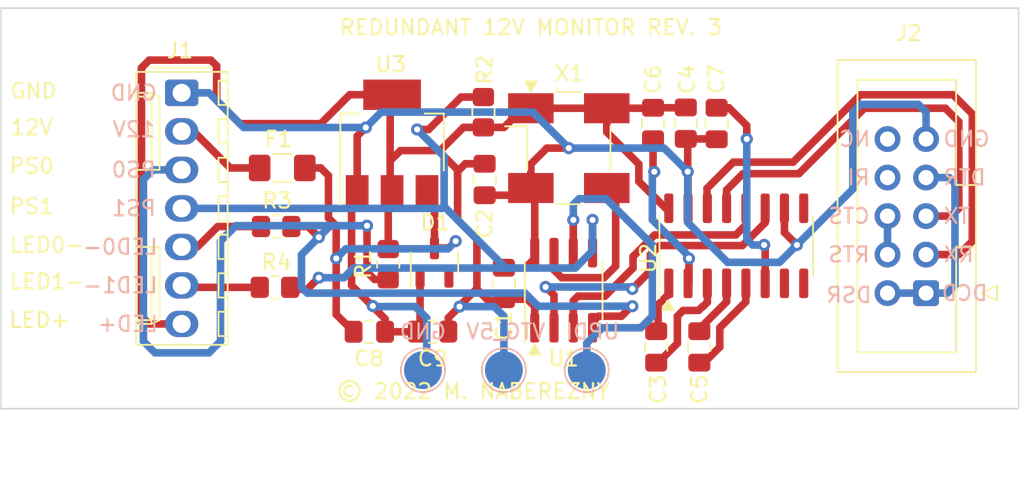
<source format=kicad_pcb>
(kicad_pcb (version 20221018) (generator pcbnew)
  (layers (0 "F.Cu" signal) (31 "B.Cu" signal) (34 "B.Paste" user) (35 "F.Paste" user) (36 "B.SilkS" user "B.Silkscreen") (37 "F.SilkS" user "F.Silkscreen") (38 "B.Mask" user) (39 "F.Mask" user) (44 "Edge.Cuts" user))
  (net 0 "")
  (net 1 "VCC")
  (net 2 "TX_5V")
  (net 3 "RX_5V")
  (net 4 "EXTCLK")
  (net 5 "GND")
  (net 6 "Net-(C3-Pad1)")
  (net 7 "Net-(C6-Pad2)")
  (net 8 "Net-(C3-Pad2)")
  (net 9 "Net-(C5-Pad1)")
  (net 10 "Net-(C5-Pad2)")
  (net 11 "Net-(C7-Pad2)")
  (net 15 "RX_12V")
  (net 16 "TX_12V")
  (net 17 "PS0")
  (net 18 "PS1")
  (net 19 "UPDI")
  (net 20 "Net-(J2-Pad1)")
  (net 21 "Net-(J2-Pad4)")
  (net 24 "Net-(C8-Pad2)")
  (net 25 "12V")
  (net 27 "LED0-")
  (net 28 "LED1-")
  (footprint "Capacitor_SMD:C_0805_2012Metric_Pad1.18x1.45mm_HandSolder" (layer "F.Cu") (at 139.4715 101.6085 180)
    (fp_text reference "C8" (at 0.0255 -1.7695) (layer "F.SilkS"))
    (fp_text value "0.1μF")
    (pad "1" smd roundrect (at -1.0375 0 180) (size 1.175 1.45) (layers "F.Cu" "F.Paste" "F.Mask") (roundrect_rratio 0.2127659574) (net 5 "GND"))
    (pad "2" smd roundrect (at 1.0375 0 180) (size 1.175 1.45) (layers "F.Cu" "F.Paste" "F.Mask") (roundrect_rratio 0.2127659574) (net 24 "Net-(C8-Pad2)"))
  )
  (footprint "MountingHole:MountingHole_3.2mm_M3" (layer "F.Cu") (at 134.112 103.251)
    (fp_text reference "REF**" hide)
    (fp_text value "MountingHole_3.2mm_M3")
    (pad "" np_thru_hole circle (at 0 0) (size 3.2 3.2) (drill 3.2) (layers "*.Cu" "*.Mask"))
  )
  (footprint "Resistor_SMD:R_0805_2012Metric_Pad1.20x1.40mm_HandSolder" (layer "F.Cu") (at 133.334 94.6675 180)
    (fp_text reference "R3" (at -0.063 1.7035) (layer "F.SilkS"))
    (fp_text value "200")
    (pad "1" smd roundrect (at -1 0 180) (size 1.2 1.4) (layers "F.Cu" "F.Paste" "F.Mask") (roundrect_rratio 0.2083333333) (net 17 "PS0"))
    (pad "2" smd roundrect (at 1 0 180) (size 1.2 1.4) (layers "F.Cu" "F.Paste" "F.Mask") (roundrect_rratio 0.2083333333) (net 27 "LED0-"))
  )
  (footprint "Capacitor_SMD:C_0805_2012Metric_Pad1.18x1.45mm_HandSolder" (layer "F.Cu") (at 143.637 101.6 180)
    (fp_text reference "C9" (at 0 -1.778) (layer "F.SilkS"))
    (fp_text value "10μF")
    (pad "1" smd roundrect (at -1.0375 0 180) (size 1.175 1.45) (layers "F.Cu" "F.Paste" "F.Mask") (roundrect_rratio 0.2127659574) (net 1 "VCC"))
    (pad "2" smd roundrect (at 1.0375 0 180) (size 1.175 1.45) (layers "F.Cu" "F.Paste" "F.Mask") (roundrect_rratio 0.2127659574) (net 5 "GND"))
  )
  (footprint "Capacitor_SMD:C_0805_2012Metric_Pad1.18x1.45mm_HandSolder" (layer "F.Cu") (at 161.21 102.6075 -90)
    (fp_text reference "C5" (at 2.794 0 90) (layer "F.SilkS"))
    (fp_text value "1μF")
    (pad "1" smd roundrect (at -1.0375 0 270) (size 1.175 1.45) (layers "F.Cu" "F.Paste" "F.Mask") (roundrect_rratio 0.2127659574) (net 9 "Net-(C5-Pad1)"))
    (pad "2" smd roundrect (at 1.0375 0 270) (size 1.175 1.45) (layers "F.Cu" "F.Paste" "F.Mask") (roundrect_rratio 0.2127659574) (net 10 "Net-(C5-Pad2)"))
  )
  (footprint "Capacitor_SMD:C_0805_2012Metric_Pad1.18x1.45mm_HandSolder" (layer "F.Cu") (at 158.162 87.8755 -90)
    (fp_text reference "C6" (at -2.9125 0 90) (layer "F.SilkS"))
    (fp_text value "1μF")
    (pad "1" smd roundrect (at -1.0375 0 270) (size 1.175 1.45) (layers "F.Cu" "F.Paste" "F.Mask") (roundrect_rratio 0.2127659574) (net 1 "VCC"))
    (pad "2" smd roundrect (at 1.0375 0 270) (size 1.175 1.45) (layers "F.Cu" "F.Paste" "F.Mask") (roundrect_rratio 0.2127659574) (net 7 "Net-(C6-Pad2)"))
  )
  (footprint "Fuse:Fuse_1206_3216Metric_Pad1.42x1.75mm_HandSolder" (layer "F.Cu") (at 133.731 90.805 180)
    (fp_text reference "F1" (at 0.254 1.905) (layer "F.SilkS"))
    (fp_text value "F1206B1R00FSTR")
    (pad "1" smd roundrect (at -1.4875 0 180) (size 1.425 1.75) (layers "F.Cu" "F.Paste" "F.Mask") (roundrect_rratio 0.1754392982) (net 24 "Net-(C8-Pad2)"))
    (pad "2" smd roundrect (at 1.4875 0 180) (size 1.425 1.75) (layers "F.Cu" "F.Paste" "F.Mask") (roundrect_rratio 0.1754392982) (net 25 "12V"))
  )
  (footprint "Resistor_SMD:R_0805_2012Metric_Pad1.20x1.40mm_HandSolder" (layer "F.Cu") (at 133.254 98.679 180)
    (fp_text reference "R4" (at -0.096 1.651) (layer "F.SilkS"))
    (fp_text value "200")
    (pad "1" smd roundrect (at -1 0 180) (size 1.2 1.4) (layers "F.Cu" "F.Paste" "F.Mask") (roundrect_rratio 0.2083333333) (net 18 "PS1"))
    (pad "2" smd roundrect (at 1 0 180) (size 1.2 1.4) (layers "F.Cu" "F.Paste" "F.Mask") (roundrect_rratio 0.2083333333) (net 28 "LED1-"))
  )
  (footprint "Package_SO:SOIC-8_3.9x4.9mm_P1.27mm" (layer "F.Cu") (at 152.273 98.868 90)
    (fp_text reference "U1" (at -4.51 0) (layer "F.SilkS"))
    (fp_text value "ATTINY212-SSF")
    (pad "1" smd roundrect (at -2.475 -1.905 90) (size 1.95 0.6) (layers "F.Cu" "F.Paste" "F.Mask") (net 1 "VCC"))
    (pad "2" smd roundrect (at -2.475 -0.635 90) (size 1.95 0.6) (layers "F.Cu" "F.Paste" "F.Mask") (net 2 "TX_5V"))
    (pad "3" smd roundrect (at -2.475 0.635 90) (size 1.95 0.6) (layers "F.Cu" "F.Paste" "F.Mask") (net 3 "RX_5V"))
    (pad "4" smd roundrect (at -2.475 1.905 90) (size 1.95 0.6) (layers "F.Cu" "F.Paste" "F.Mask") (net 17 "PS0"))
    (pad "5" smd roundrect (at 2.475 1.905 90) (size 1.95 0.6) (layers "F.Cu" "F.Paste" "F.Mask") (net 18 "PS1"))
    (pad "6" smd roundrect (at 2.475 0.635 90) (size 1.95 0.6) (layers "F.Cu" "F.Paste" "F.Mask") (net 19 "UPDI"))
    (pad "7" smd roundrect (at 2.475 -0.635 90) (size 1.95 0.6) (layers "F.Cu" "F.Paste" "F.Mask") (net 4 "EXTCLK"))
    (pad "8" smd roundrect (at 2.475 -1.905 90) (size 1.95 0.6) (layers "F.Cu" "F.Paste" "F.Mask") (net 5 "GND"))
  )
  (footprint "Package_SO:SOIC-16_3.9x9.9mm_P1.27mm" (layer "F.Cu") (at 163.6445 95.9385 90)
    (fp_text reference "U2" (at -0.8185 -5.795 90) (layer "F.SilkS"))
    (fp_text value "TI MAX232EID")
    (pad "1" smd roundrect (at -2.475 -4.445 90) (size 1.95 0.6) (layers "F.Cu" "F.Paste" "F.Mask") (net 6 "Net-(C3-Pad1)"))
    (pad "2" smd roundrect (at -2.475 -3.175 90) (size 1.95 0.6) (layers "F.Cu" "F.Paste" "F.Mask") (net 7 "Net-(C6-Pad2)"))
    (pad "3" smd roundrect (at -2.475 -1.905 90) (size 1.95 0.6) (layers "F.Cu" "F.Paste" "F.Mask") (net 8 "Net-(C3-Pad2)"))
    (pad "4" smd roundrect (at -2.475 -0.635 90) (size 1.95 0.6) (layers "F.Cu" "F.Paste" "F.Mask") (net 9 "Net-(C5-Pad1)"))
    (pad "5" smd roundrect (at -2.475 0.635 90) (size 1.95 0.6) (layers "F.Cu" "F.Paste" "F.Mask") (net 10 "Net-(C5-Pad2)"))
    (pad "6" smd roundrect (at -2.475 1.905 90) (size 1.95 0.6) (layers "F.Cu" "F.Paste" "F.Mask") (net 11 "Net-(C7-Pad2)"))
    (pad "7" smd roundrect (at -2.475 3.175 90) (size 1.95 0.6) (layers "F.Cu" "F.Paste" "F.Mask"))
    (pad "8" smd roundrect (at -2.475 4.445 90) (size 1.95 0.6) (layers "F.Cu" "F.Paste" "F.Mask"))
    (pad "9" smd roundrect (at 2.475 4.445 90) (size 1.95 0.6) (layers "F.Cu" "F.Paste" "F.Mask"))
    (pad "10" smd roundrect (at 2.475 3.175 90) (size 1.95 0.6) (layers "F.Cu" "F.Paste" "F.Mask") (net 5 "GND"))
    (pad "11" smd roundrect (at 2.475 1.905 90) (size 1.95 0.6) (layers "F.Cu" "F.Paste" "F.Mask") (net 2 "TX_5V"))
    (pad "12" smd roundrect (at 2.475 0.635 90) (size 1.95 0.6) (layers "F.Cu" "F.Paste" "F.Mask") (net 3 "RX_5V"))
    (pad "13" smd roundrect (at 2.475 -0.635 90) (size 1.95 0.6) (layers "F.Cu" "F.Paste" "F.Mask") (net 15 "RX_12V"))
    (pad "14" smd roundrect (at 2.475 -1.905 90) (size 1.95 0.6) (layers "F.Cu" "F.Paste" "F.Mask") (net 16 "TX_12V"))
    (pad "15" smd roundrect (at 2.475 -3.175 90) (size 1.95 0.6) (layers "F.Cu" "F.Paste" "F.Mask") (net 5 "GND"))
    (pad "16" smd roundrect (at 2.475 -4.445 90) (size 1.95 0.6) (layers "F.Cu" "F.Paste" "F.Mask") (net 1 "VCC"))
  )
  (footprint "Oscillator:Oscillator_SMD_Abracon_ASV-4Pin_7.0x5.1mm_HandSoldering" (layer "F.Cu") (at 152.614 89.498 -90)
    (fp_text reference "X1" (at -4.916 -0.04) (layer "F.SilkS"))
    (fp_text value "ECS-3951M-018-AU-TR")
    (pad "1" smd rect (at -2.63 2.5 270) (size 1.98 3) (layers "F.Cu" "F.Paste" "F.Mask") (net 1 "VCC"))
    (pad "2" smd rect (at 2.63 2.5 270) (size 1.98 3) (layers "F.Cu" "F.Paste" "F.Mask") (net 5 "GND"))
    (pad "3" smd rect (at 2.63 -2.5 270) (size 1.98 3) (layers "F.Cu" "F.Paste" "F.Mask") (net 4 "EXTCLK"))
    (pad "4" smd rect (at -2.63 -2.5 270) (size 1.98 3) (layers "F.Cu" "F.Paste" "F.Mask") (net 1 "VCC"))
  )
  (footprint "MountingHole:MountingHole_3.2mm_M3" (layer "F.Cu") (at 166.417 83.82)
    (fp_text reference "REF**" hide)
    (fp_text value "MountingHole_3.2mm_M3")
    (pad "" np_thru_hole circle (at 0 0) (size 3.2 3.2) (drill 3.2) (layers "*.Cu" "*.Mask"))
  )
  (footprint "MountingHole:MountingHole_3.2mm_M3" (layer "F.Cu") (at 133.985 83.82)
    (fp_text reference "REF**" hide)
    (fp_text value "MountingHole_3.2mm_M3")
    (pad "" np_thru_hole circle (at 0 0) (size 3.2 3.2) (drill 3.2) (layers "*.Cu" "*.Mask"))
  )
  (footprint "MountingHole:MountingHole_3.2mm_M3" (layer "F.Cu") (at 166.37 103.251)
    (fp_text reference "REF**" hide)
    (fp_text value "MountingHole_3.2mm_M3")
    (pad "" np_thru_hole circle (at 0 0) (size 3.2 3.2) (drill 3.2) (layers "*.Cu" "*.Mask"))
  )
  (footprint "Package_TO_SOT_SMD:SOT-223-3_TabPin2" (layer "F.Cu") (at 140.97 89.129 90)
    (fp_text reference "U3" (at 5.1575 -0.08 180) (layer "F.SilkS"))
    (fp_text value "LD1117S50CTR")
    (pad "1" smd rect (at -3.15 -2.3 90) (size 2 1.5) (layers "F.Cu" "F.Paste" "F.Mask") (net 5 "GND"))
    (pad "2" smd rect (at -3.15 0 90) (size 2 1.5) (layers "F.Cu" "F.Paste" "F.Mask") (net 1 "VCC"))
    (pad "2" smd rect (at 3.15 0 90) (size 2 3.8) (layers "F.Cu" "F.Paste" "F.Mask") (net 1 "VCC"))
    (pad "3" smd rect (at -3.15 2.3 90) (size 2 1.5) (layers "F.Cu" "F.Paste" "F.Mask") (net 24 "Net-(C8-Pad2)"))
  )
  (footprint "Capacitor_SMD:C_0805_2012Metric_Pad1.18x1.45mm_HandSolder" (layer "F.Cu") (at 158.369 102.6075 -90)
    (fp_text reference "C3" (at 2.794 -0.127 90) (layer "F.SilkS"))
    (fp_text value "1μF")
    (pad "1" smd roundrect (at -1.0375 0 270) (size 1.175 1.45) (layers "F.Cu" "F.Paste" "F.Mask") (roundrect_rratio 0.2127659574) (net 6 "Net-(C3-Pad1)"))
    (pad "2" smd roundrect (at 1.0375 0 270) (size 1.175 1.45) (layers "F.Cu" "F.Paste" "F.Mask") (roundrect_rratio 0.2127659574) (net 8 "Net-(C3-Pad2)"))
  )
  (footprint "Capacitor_SMD:C_0805_2012Metric_Pad1.18x1.45mm_HandSolder" (layer "F.Cu") (at 160.321 87.854 -90)
    (fp_text reference "C4" (at -2.891 -0.08 90) (layer "F.SilkS"))
    (fp_text value "0.1μF")
    (pad "1" smd roundrect (at -1.0375 0 270) (size 1.175 1.45) (layers "F.Cu" "F.Paste" "F.Mask") (roundrect_rratio 0.2127659574) (net 1 "VCC"))
    (pad "2" smd roundrect (at 1.0375 0 270) (size 1.175 1.45) (layers "F.Cu" "F.Paste" "F.Mask") (roundrect_rratio 0.2127659574) (net 5 "GND"))
  )
  (footprint "Capacitor_SMD:C_0805_2012Metric_Pad1.18x1.45mm_HandSolder" (layer "F.Cu") (at 148.336 98.425 -90)
    (fp_text reference "C1" (at 2.794 0 90) (layer "F.SilkS"))
    (fp_text value "0.1μF")
    (pad "1" smd roundrect (at -1.0375 0 270) (size 1.175 1.45) (layers "F.Cu" "F.Paste" "F.Mask") (roundrect_rratio 0.2127659574) (net 5 "GND"))
    (pad "2" smd roundrect (at 1.0375 0 270) (size 1.175 1.45) (layers "F.Cu" "F.Paste" "F.Mask") (roundrect_rratio 0.2127659574) (net 1 "VCC"))
  )
  (footprint "Package_TO_SOT_SMD:SOT-23" (layer "F.Cu") (at 143.764 97.028 90)
    (fp_text reference "D1" (at 2.6175 0.047 180) (layer "F.SilkS"))
    (fp_text value "BZX84-A15,215")
    (pad "1" smd roundrect (at -0.9375 -0.95 90) (size 1.475 0.6) (layers "F.Cu" "F.Paste" "F.Mask") (net 5 "GND"))
    (pad "2" smd roundrect (at -0.9375 0.95 90) (size 1.475 0.6) (layers "F.Cu" "F.Paste" "F.Mask"))
    (pad "3" smd roundrect (at 0.9375 0 90) (size 1.475 0.6) (layers "F.Cu" "F.Paste" "F.Mask") (net 24 "Net-(C8-Pad2)"))
  )
  (footprint "Capacitor_SMD:C_0805_2012Metric_Pad1.18x1.45mm_HandSolder" (layer "F.Cu") (at 162.353 87.8755 90)
    (fp_text reference "C7" (at 2.9125 0 90) (layer "F.SilkS"))
    (fp_text value "1μF")
    (pad "1" smd roundrect (at -1.0375 0 90) (size 1.175 1.45) (layers "F.Cu" "F.Paste" "F.Mask") (roundrect_rratio 0.2127659574) (net 5 "GND"))
    (pad "2" smd roundrect (at 1.0375 0 90) (size 1.175 1.45) (layers "F.Cu" "F.Paste" "F.Mask") (roundrect_rratio 0.2127659574) (net 11 "Net-(C7-Pad2)"))
  )
  (footprint "Connector_Molex:Molex_KK-254_AE-6410-07A_1x07_P2.54mm_Vertical" (layer "F.Cu") (at 127.107 85.852 -90)
    (fp_text reference "J1" (at -2.794 0.107 180) (layer "F.SilkS"))
    (fp_text value "Conn_01x07")
    (pad "1" thru_hole roundrect (at 0 0 270) (size 1.74 2.19) (drill 1.19) (layers "*.Cu" "*.Mask") (roundrect_rratio 0.1436781609) (net 5 "GND"))
    (pad "2" thru_hole oval (at 2.54 0 270) (size 1.74 2.19) (drill 1.19) (layers "*.Cu" "*.Mask") (net 25 "12V"))
    (pad "3" thru_hole oval (at 5.08 0 270) (size 1.74 2.19) (drill 1.19) (layers "*.Cu" "*.Mask") (net 17 "PS0"))
    (pad "4" thru_hole oval (at 7.62 0 270) (size 1.74 2.19) (drill 1.19) (layers "*.Cu" "*.Mask") (net 18 "PS1"))
    (pad "5" thru_hole oval (at 10.16 0 270) (size 1.74 2.19) (drill 1.19) (layers "*.Cu" "*.Mask") (net 27 "LED0-"))
    (pad "6" thru_hole oval (at 12.7 0 270) (size 1.74 2.19) (drill 1.19) (layers "*.Cu" "*.Mask") (net 28 "LED1-"))
    (pad "7" thru_hole oval (at 15.24 0 270) (size 1.74 2.19) (drill 1.19) (layers "*.Cu" "*.Mask") (net 1 "VCC"))
  )
  (footprint "Capacitor_SMD:C_0805_2012Metric_Pad1.18x1.45mm_HandSolder" (layer "F.Cu") (at 147.066 91.567 90)
    (fp_text reference "C2" (at -2.921 0 270) (layer "F.SilkS"))
    (fp_text value "0.1μF")
    (pad "1" smd roundrect (at -1.0375 0 90) (size 1.175 1.45) (layers "F.Cu" "F.Paste" "F.Mask") (roundrect_rratio 0.2127659574) (net 5 "GND"))
    (pad "2" smd roundrect (at 1.0375 0 90) (size 1.175 1.45) (layers "F.Cu" "F.Paste" "F.Mask") (roundrect_rratio 0.2127659574) (net 1 "VCC"))
  )
  (footprint "Connector_IDC:IDC-Header_2x05_P2.54mm_Vertical" (layer "F.Cu") (at 176.149 99.06 180)
    (fp_text reference "J2" (at 1.143 17.145) (layer "F.SilkS"))
    (fp_text value "IDC 2x5 Male")
    (pad "1" thru_hole roundrect (at 0 0 180) (size 1.7 1.7) (drill 1) (layers "*.Cu" "*.Mask") (roundrect_rratio 0.1470588235) (net 20 "Net-(J2-Pad1)"))
    (pad "2" thru_hole circle (at 2.54 0 180) (size 1.7 1.7) (drill 1) (layers "*.Cu" "*.Mask") (net 20 "Net-(J2-Pad1)"))
    (pad "3" thru_hole circle (at 0 2.54 180) (size 1.7 1.7) (drill 1) (layers "*.Cu" "*.Mask") (net 16 "TX_12V"))
    (pad "4" thru_hole circle (at 2.54 2.54 180) (size 1.7 1.7) (drill 1) (layers "*.Cu" "*.Mask") (net 21 "Net-(J2-Pad4)"))
    (pad "5" thru_hole circle (at 0 5.08 180) (size 1.7 1.7) (drill 1) (layers "*.Cu" "*.Mask") (net 15 "RX_12V"))
    (pad "6" thru_hole circle (at 2.54 5.08 180) (size 1.7 1.7) (drill 1) (layers "*.Cu" "*.Mask") (net 21 "Net-(J2-Pad4)"))
    (pad "7" thru_hole circle (at 0 7.62 180) (size 1.7 1.7) (drill 1) (layers "*.Cu" "*.Mask") (net 20 "Net-(J2-Pad1)"))
    (pad "8" thru_hole circle (at 2.54 7.62 180) (size 1.7 1.7) (drill 1) (layers "*.Cu" "*.Mask"))
    (pad "9" thru_hole circle (at 0 10.16 180) (size 1.7 1.7) (drill 1) (layers "*.Cu" "*.Mask") (net 5 "GND"))
    (pad "10" thru_hole circle (at 2.54 10.16 180) (size 1.7 1.7) (drill 1) (layers "*.Cu" "*.Mask"))
  )
  (footprint "Resistor_SMD:R_0805_2012Metric_Pad1.20x1.40mm_HandSolder" (layer "F.Cu") (at 146.986 87.1295 90)
    (fp_text reference "R2" (at 2.8015 0.08 90) (layer "F.SilkS"))
    (fp_text value "47K")
    (pad "1" smd roundrect (at -1 0 90) (size 1.2 1.4) (layers "F.Cu" "F.Paste" "F.Mask") (roundrect_rratio 0.2083333333) (net 1 "VCC"))
    (pad "2" smd roundrect (at 1 0 90) (size 1.2 1.4) (layers "F.Cu" "F.Paste" "F.Mask") (roundrect_rratio 0.2083333333) (net 18 "PS1"))
  )
  (footprint "Resistor_SMD:R_0805_2012Metric_Pad1.20x1.40mm_HandSolder" (layer "F.Cu") (at 140.716 97.155 -90)
    (fp_text reference "R1" (at 0 1.651 90) (layer "F.SilkS"))
    (fp_text value "47K")
    (pad "1" smd roundrect (at -1 0 270) (size 1.2 1.4) (layers "F.Cu" "F.Paste" "F.Mask") (roundrect_rratio 0.2083333333) (net 1 "VCC"))
    (pad "2" smd roundrect (at 1 0 270) (size 1.2 1.4) (layers "F.Cu" "F.Paste" "F.Mask") (roundrect_rratio 0.2083333333) (net 17 "PS0"))
  )
  (footprint "TestPoint:TestPoint_Pad_D2.5mm" (layer "B.Cu") (at 143.002 104.14 180)
    (fp_text reference "TP3" hide)
    (fp_text value "GND")
    (pad "1" smd circle (at 0 0 180) (size 2.5 2.5) (layers "B.Cu" "B.Mask") (net 5 "GND"))
  )
  (footprint "TestPoint:TestPoint_Pad_D2.5mm" (layer "B.Cu") (at 153.797 104.14 180)
    (fp_text reference "TP2" hide)
    (fp_text value "UPDI")
    (pad "1" smd circle (at 0 0 180) (size 2.5 2.5) (layers "B.Cu" "B.Mask") (net 19 "UPDI"))
  )
  (footprint "TestPoint:TestPoint_Pad_D2.5mm" (layer "B.Cu") (at 148.336 104.14 180)
    (fp_text reference "TP1" hide)
    (fp_text value "VTG_5V")
    (pad "1" smd circle (at 0 0 180) (size 2.5 2.5) (layers "B.Cu" "B.Mask") (net 1 "VCC"))
  )
  (gr_rect (start 115.189 80.264) (end 182.245 106.68) (stroke (width 0.1)) (fill none) (layer "Edge.Cuts"))
  (gr_text "12V" (at 123.952 88.265) (layer "B.SilkS") (effects (font (size 1 1)) (justify mirror)))
  (gr_text "RX" (at 178.308 96.52) (layer "B.SilkS") (effects (font (size 1 1)) (justify mirror)))
  (gr_text "VTG_5V" (at 148.463 101.6) (layer "B.SilkS") (effects (font (size 1 1)) (justify mirror)))
  (gr_text "DTR" (at 178.689 91.44) (layer "B.SilkS") (effects (font (size 1 1)) (justify mirror)))
  (gr_text "PS0" (at 123.952 90.932) (layer "B.SilkS") (effects (font (size 1 1)) (justify mirror)))
  (gr_text "GND" (at 143.002 101.6) (layer "B.SilkS") (effects (font (size 1 1)) (justify mirror)))
  (gr_text "PS1" (at 123.952 93.472) (layer "B.SilkS") (effects (font (size 1 1)) (justify mirror)))
  (gr_text "CTS" (at 171.069 93.98) (layer "B.SilkS") (effects (font (size 1 1)) (justify mirror)))
  (gr_text "TX" (at 178.181 93.98) (layer "B.SilkS") (effects (font (size 1 1)) (justify mirror)))
  (gr_text "LED+" (at 123.571 101.092) (layer "B.SilkS") (effects (font (size 1 1)) (justify mirror)))
  (gr_text "GND" (at 123.952 85.852) (layer "B.SilkS") (effects (font (size 1 1)) (justify mirror)))
  (gr_text "DSR" (at 171.069 99.187) (layer "B.SilkS") (effects (font (size 1 1)) (justify mirror)))
  (gr_text "DCD" (at 178.689 99.06) (layer "B.SilkS") (effects (font (size 1 1)) (justify mirror)))
  (gr_text "RTS" (at 171.069 96.52) (layer "B.SilkS") (effects (font (size 1 1)) (justify mirror)))
  (gr_text "LED0-" (at 123.063 96.012) (layer "B.SilkS") (effects (font (size 1 1)) (justify mirror)))
  (gr_text "GND" (at 178.816 88.9) (layer "B.SilkS") (effects (font (size 1 1)) (justify mirror)))
  (gr_text "UPDI" (at 154.178 101.6) (layer "B.SilkS") (effects (font (size 1 1)) (justify mirror)))
  (gr_text "NC" (at 171.45 88.9) (layer "B.SilkS") (effects (font (size 1 1)) (justify mirror)))
  (gr_text "LED1-" (at 123.063 98.552) (layer "B.SilkS") (effects (font (size 1 1)) (justify mirror)))
  (gr_text "RI" (at 171.704 91.44) (layer "B.SilkS") (effects (font (size 1 1)) (justify mirror)))
  (gr_text "▲" (at 159.131 99.822) (layer "F.SilkS") (effects (font (size 0.75 0.75) (thickness 0.1875)) (justify mirror)))
  (gr_text "PS0" (at 117.221 90.678) (layer "F.SilkS") (effects (font (size 1 1))))
  (gr_text "GND" (at 117.348 85.725) (layer "F.SilkS") (effects (font (size 1 1))))
  (gr_text "12V" (at 117.221 88.138) (layer "F.SilkS") (effects (font (size 1 1))))
  (gr_text "▲" (at 150.368 102.743) (layer "F.SilkS") (effects (font (size 0.75 0.75) (thickness 0.1875)) (justify mirror)))
  (gr_text "▲" (at 150.114 85.471 180) (layer "F.SilkS") (effects (font (size 0.75 0.75) (thickness 0.1875)) (justify mirror)))
  (gr_text "© 2022 M. NABEREZNY" (at 146.304 105.537) (layer "F.SilkS") (effects (font (size 1 1))))
  (gr_text "PS1" (at 117.221 93.345) (layer "F.SilkS") (effects (font (size 1 1))))
  (gr_text "REDUNDANT 12V MONITOR REV. 3" (at 150.114 81.534) (layer "F.SilkS") (effects (font (size 1 1))))
  (gr_text "LED+" (at 117.729 100.838) (layer "F.SilkS") (effects (font (size 1 1))))
  (gr_text "LED0-" (at 118.237 95.885) (layer "F.SilkS") (effects (font (size 1 1))))
  (gr_text "LED1-" (at 118.237 98.298) (layer "F.SilkS") (effects (font (size 1 1))))
  (segment (start 144.6745 100.6895) (end 144.6745 101.6) (width 0.5) (layer "F.Cu") (net 1))
  (segment (start 145.288 91.44) (end 145.288 91.0375) (width 0.5) (layer "F.Cu") (net 1))
  (segment (start 144.145 89.789) (end 144.145 89.662) (width 0.5) (layer "F.Cu") (net 1))
  (segment (start 149.8815 99.4625) (end 150.368 99.949) (width 0.5) (layer "F.Cu") (net 1))
  (segment (start 130.937 87.884) (end 136.271 87.884) (width 0.5) (layer "F.Cu") (net 1))
  (segment (start 146.558 98.7665) (end 146.558 98.806) (width 0.5) (layer "F.Cu") (net 1))
  (segment (start 158.162 86.838) (end 160.321 86.838) (width 0.5) (layer "F.Cu") (net 1))
  (segment (start 147.32 99.568) (end 148.2305 99.568) (width 0.5) (layer "F.Cu") (net 1))
  (segment (start 129.413 86.36) (end 130.937 87.884) (width 0.5) (layer "F.Cu") (net 1))
  (segment (start 157.226 90.551) (end 157.226 91.694) (width 0.5) (layer "F.Cu") (net 1))
  (segment (start 129.413 84.074) (end 129.413 86.36) (width 0.5) (layer "F.Cu") (net 1))
  (segment (start 148.2305 99.568) (end 148.336 99.4625) (width 0.5) (layer "F.Cu") (net 1))
  (segment (start 150.114 86.868) (end 155.114 86.868) (width 0.5) (layer "F.Cu") (net 1))
  (segment (start 124.968 101.092) (end 124.46 100.584) (width 0.5) (layer "F.Cu") (net 1))
  (segment (start 141.525 89.662) (end 140.843 90.344) (width 0.5) (layer "F.Cu") (net 1))
  (segment (start 148.336 99.4625) (end 149.8815 99.4625) (width 0.5) (layer "F.Cu") (net 1))
  (segment (start 155.114 88.439) (end 157.226 90.551) (width 0.5) (layer "F.Cu") (net 1))
  (segment (start 158.9955 93.4635) (end 159.1995 93.4635) (width 0.5) (layer "F.Cu") (net 1))
  (segment (start 145.288 90.932) (end 145.288 91.44) (width 0.5) (layer "F.Cu") (net 1))
  (segment (start 146.558 95.504) (end 146.558 98.7665) (width 0.5) (layer "F.Cu") (net 1))
  (segment (start 140.716 96.155) (end 140.716 92.533) (width 0.5) (layer "F.Cu") (net 1))
  (segment (start 129.032 83.693) (end 129.413 84.074) (width 0.5) (layer "F.Cu") (net 1))
  (segment (start 136.271 87.884) (end 138.176 85.979) (width 0.5) (layer "F.Cu") (net 1))
  (segment (start 124.968 83.693) (end 129.032 83.693) (width 0.5) (layer "F.Cu") (net 1))
  (segment (start 124.46 100.584) (end 124.46 84.201) (width 0.5) (layer "F.Cu") (net 1))
  (segment (start 144.145 89.662) (end 141.525 89.662) (width 0.5) (layer "F.Cu") (net 1))
  (segment (start 145.415 99.9095) (end 146.558 98.7665) (width 0.5) (layer "F.Cu") (net 1))
  (segment (start 157.226 91.694) (end 158.9955 93.4635) (width 0.5) (layer "F.Cu") (net 1))
  (segment (start 158.326 86.868) (end 154.3775 86.868) (width 0.5) (layer "F.Cu") (net 1))
  (segment (start 124.46 84.201) (end 124.968 83.693) (width 0.5) (layer "F.Cu") (net 1))
  (segment (start 155.114 86.868) (end 155.114 88.439) (width 0.5) (layer "F.Cu") (net 1))
  (segment (start 148.3445 88.1295) (end 146.986 88.1295) (width 0.5) (layer "F.Cu") (net 1))
  (segment (start 138.176 85.979) (end 140.97 85.979) (width 0.5) (layer "F.Cu") (net 1))
  (segment (start 150.368 99.949) (end 150.368 101.343) (width 0.5) (layer "F.Cu") (net 1))
  (segment (start 140.843 90.344) (end 140.843 88.726) (width 0.5) (layer "F.Cu") (net 1))
  (segment (start 145.796 90.5295) (end 147.066 90.5295) (width 0.5) (layer "F.Cu") (net 1))
  (segment (start 149.606 86.868) (end 148.3445 88.1295) (width 0.5) (layer "F.Cu") (net 1))
  (segment (start 144.145 89.789) (end 145.288 90.932) (width 0.5) (layer "F.Cu") (net 1))
  (segment (start 145.415 99.949) (end 145.415 99.9095) (width 0.5) (layer "F.Cu") (net 1))
  (segment (start 140.843 90.344) (end 140.843 92.2545) (width 0.5) (layer "F.Cu") (net 1))
  (segment (start 145.288 94.234) (end 146.558 95.504) (width 0.5) (layer "F.Cu") (net 1))
  (segment (start 145.415 99.949) (end 144.6745 100.6895) (width 0.5) (layer "F.Cu") (net 1))
  (segment (start 144.145 89.662) (end 145.6775 88.1295) (width 0.5) (layer "F.Cu") (net 1))
  (segment (start 146.558 98.806) (end 147.32 99.568) (width 0.5) (layer "F.Cu") (net 1))
  (segment (start 150.114 86.868) (end 149.606 86.868) (width 0.5) (layer "F.Cu") (net 1))
  (segment (start 145.288 91.0375) (end 145.796 90.5295) (width 0.5) (layer "F.Cu") (net 1))
  (segment (start 145.288 91.44) (end 145.288 94.234) (width 0.5) (layer "F.Cu") (net 1))
  (segment (start 127.107 101.092) (end 124.968 101.092) (width 0.5) (layer "F.Cu") (net 1))
  (segment (start 145.6775 88.1295) (end 146.986 88.1295) (width 0.5) (layer "F.Cu") (net 1))
  (segment (start 140.716 92.533) (end 140.97 92.279) (width 0.5) (layer "F.Cu") (net 1))
  (segment (start 140.843 85.9545) (end 140.843 88.726) (width 0.5) (layer "F.Cu") (net 1))
  (via (at 145.415 99.949) (size 0.8) (drill 0.4) (layers "F.Cu" "B.Cu") (net 1))
  (segment (start 145.415 99.949) (end 147.701 99.949) (width 0.5) (layer "B.Cu") (net 1))
  (segment (start 147.701 99.949) (end 148.336 100.584) (width 0.5) (layer "B.Cu") (net 1))
  (segment (start 148.336 100.584) (end 148.336 104.14) (width 0.5) (layer "B.Cu") (net 1))
  (segment (start 156.798 98.781) (end 157.988 97.591) (width 0.5) (layer "F.Cu") (net 2))
  (segment (start 165.5495 94.4195) (end 165.5495 93.4635) (width 0.5) (layer "F.Cu") (net 2))
  (segment (start 164.045 95.924) (end 165.5495 94.4195) (width 0.5) (layer "F.Cu") (net 2))
  (segment (start 151.105 98.654) (end 151.638 99.187) (width 0.5) (layer "F.Cu") (net 2))
  (segment (start 157.988 97.591) (end 157.988 96.52) (width 0.5) (layer "F.Cu") (net 2))
  (segment (start 165.5495 94.2225) (end 165.5495 93.4635) (width 0.25) (layer "F.Cu") (net 2))
  (segment (start 158.584 95.924) (end 164.045 95.924) (width 0.5) (layer "F.Cu") (net 2))
  (segment (start 151.083 98.654) (end 151.105 98.654) (width 0.5) (layer "F.Cu") (net 2))
  (segment (start 157.988 96.52) (end 158.584 95.924) (width 0.5) (layer "F.Cu") (net 2))
  (segment (start 151.638 99.187) (end 151.638 101.343) (width 0.5) (layer "F.Cu") (net 2))
  (via (at 151.083 98.654) (size 0.8) (drill 0.4) (layers "F.Cu" "B.Cu") (net 2))
  (via (at 156.798 98.781) (size 0.8) (drill 0.4) (layers "F.Cu" "B.Cu") (net 2))
  (segment (start 151.083 98.654) (end 156.671 98.654) (width 0.5) (layer "B.Cu") (net 2))
  (segment (start 156.671 98.654) (end 156.798 98.781) (width 0.25) (layer "B.Cu") (net 2))
  (segment (start 164.2795 93.4635) (end 164.2795 94.558) (width 0.5) (layer "F.Cu") (net 3))
  (segment (start 153.214082 99.261918) (end 152.908 99.568) (width 0.5) (layer "F.Cu") (net 3))
  (segment (start 158.268 95.224) (end 156.845 96.647) (width 0.5) (layer "F.Cu") (net 3))
  (segment (start 154.992082 99.261918) (end 153.214082 99.261918) (width 0.5) (layer "F.Cu") (net 3))
  (segment (start 152.908 99.568) (end 152.908 101.343) (width 0.5) (layer "F.Cu") (net 3))
  (segment (start 164.2795 94.558) (end 163.6135 95.224) (width 0.5) (layer "F.Cu") (net 3))
  (segment (start 163.6135 95.224) (end 158.268 95.224) (width 0.5) (layer "F.Cu") (net 3))
  (segment (start 156.845 97.409) (end 154.992082 99.261918) (width 0.5) (layer "F.Cu") (net 3))
  (segment (start 156.845 96.647) (end 156.845 97.409) (width 0.5) (layer "F.Cu") (net 3))
  (segment (start 154.94 98.044) (end 155.702 97.282) (width 0.5) (layer "F.Cu") (net 4))
  (segment (start 151.638 96.393) (end 151.638 97.536) (width 0.5) (layer "F.Cu") (net 4))
  (segment (start 151.638 97.536) (end 152.146 98.044) (width 0.5) (layer "F.Cu") (net 4))
  (segment (start 155.702 97.282) (end 155.702 92.716) (width 0.5) (layer "F.Cu") (net 4))
  (segment (start 155.702 92.716) (end 155.114 92.128) (width 0.5) (layer "F.Cu") (net 4))
  (segment (start 152.146 98.044) (end 154.94 98.044) (width 0.5) (layer "F.Cu") (net 4))
  (segment (start 150.368 96.393) (end 150.368 96.774) (width 0.5) (layer "F.Cu") (net 5))
  (segment (start 138.67 92.279) (end 138.303 92.646) (width 0.25) (layer "F.Cu") (net 5))
  (segment (start 140.509 101.6085) (end 142.5695 101.6085) (width 0.5) (layer "F.Cu") (net 5))
  (segment (start 160.448 91.0505) (end 160.4695 91.072) (width 0.25) (layer "F.Cu") (net 5))
  (segment (start 160.321 88.8915) (end 162.3315 88.8915) (width 0.5) (layer "F.Cu") (net 5))
  (segment (start 138.67 88.707) (end 139.239 88.138) (width 0.5) (layer "F.Cu") (net 5))
  (segment (start 138.303 98.552) (end 139.6625 99.9115) (width 0.5) (layer "F.Cu") (net 5))
  (segment (start 160.448 89.0185) (end 160.321 88.8915) (width 0.5) (layer "F.Cu") (net 5))
  (segment (start 138.303 92.646) (end 138.303 98.552) (width 0.5) (layer "F.Cu") (net 5))
  (segment (start 160.448 91.0505) (end 160.448 89.0185) (width 0.5) (layer "F.Cu") (net 5))
  (segment (start 140.509 100.758) (end 140.509 101.6085) (width 0.5) (layer "F.Cu") (net 5))
  (segment (start 150.114 90.551) (end 150.114 92.128) (width 0.5) (layer "F.Cu") (net 5))
  (segment (start 162.3315 88.8915) (end 162.353 88.913) (width 0.5) (layer "F.Cu") (net 5))
  (segment (start 152.614 89.498) (end 151.167 89.498) (width 0.5) (layer "F.Cu") (net 5))
  (segment (start 150.368 96.774) (end 149.733 97.409) (width 0.5) (layer "F.Cu") (net 5))
  (segment (start 142.814 101.364) (end 142.578 101.6) (width 0.25) (layer "F.Cu") (net 5))
  (segment (start 149.7115 92.6045) (end 147.066 92.6045) (width 0.5) (layer "F.Cu") (net 5))
  (segment (start 149.733 97.409) (end 148.3575 97.409) (width 0.5) (layer "F.Cu") (net 5))
  (segment (start 139.6625 99.9115) (end 140.509 100.758) (width 0.5) (layer "F.Cu") (net 5))
  (segment (start 138.67 92.279) (end 138.67 88.707) (width 0.5) (layer "F.Cu") (net 5))
  (segment (start 160.4695 91.072) (end 160.4695 93.4635) (width 0.5) (layer "F.Cu") (net 5))
  (segment (start 166.8195 95.0645) (end 166.8195 93.4635) (width 0.5) (layer "F.Cu") (net 5))
  (segment (start 150.368 96.393) (end 150.368 92.382) (width 0.5) (layer "F.Cu") (net 5))
  (segment (start 167.64 95.885) (end 166.8195 95.0645) (width 0.5) (layer "F.Cu") (net 5))
  (segment (start 150.114 92.202) (end 149.7115 92.6045) (width 0.25) (layer "F.Cu") (net 5))
  (segment (start 150.114 92.128) (end 150.114 92.202) (width 0.25) (layer "F.Cu") (net 5))
  (segment (start 151.167 89.498) (end 150.114 90.551) (width 0.5) (layer "F.Cu") (net 5))
  (segment (start 142.814 97.9655) (end 142.814 101.364) (width 0.5) (layer "F.Cu") (net 5))
  (segment (start 139.6625 99.9115) (end 139.7 99.9115) (width 0.25) (layer "F.Cu") (net 5))
  (via (at 152.614 89.498) (size 0.8) (drill 0.4) (layers "F.Cu" "B.Cu") (net 5))
  (via (at 167.64 95.885) (size 0.8) (drill 0.4) (layers "F.Cu" "B.Cu") (net 5))
  (via (at 139.239 88.138) (size 0.8) (drill 0.4) (layers "F.Cu" "B.Cu") (net 5))
  (via (at 139.7 99.9115) (size 0.8) (drill 0.4) (layers "F.Cu" "B.Cu") (net 5))
  (via (at 160.448 91.0505) (size 0.8) (drill 0.4) (layers "F.Cu" "B.Cu") (net 5))
  (segment (start 139.239 88.138) (end 131.191 88.138) (width 0.5) (layer "B.Cu") (net 5))
  (segment (start 171.323 87.122) (end 171.323 92.075) (width 0.5) (layer "B.Cu") (net 5))
  (segment (start 166.497 97.028) (end 167.64 95.885) (width 0.5) (layer "B.Cu") (net 5))
  (segment (start 167.64 95.885) (end 171.323 92.202) (width 0.5) (layer "B.Cu") (net 5))
  (segment (start 171.831 86.614) (end 171.323 87.122) (width 0.5) (layer "B.Cu") (net 5))
  (segment (start 143.256 100.711) (end 143.256 103.632) (width 0.5) (layer "B.Cu") (net 5))
  (segment (start 160.448 91.0505) (end 159.09525 89.69775) (width 0.5) (layer "B.Cu") (net 5))
  (segment (start 158.8955 89.498) (end 159.09525 89.69775) (width 0.5) (layer "B.Cu") (net 5))
  (segment (start 175.641 86.614) (end 171.831 86.614) (width 0.5) (layer "B.Cu") (net 5))
  (segment (start 140.255 87.122) (end 150.238 87.122) (width 0.5) (layer "B.Cu") (net 5))
  (segment (start 142.494 99.949) (end 143.256 100.711) (width 0.5) (layer "B.Cu") (net 5))
  (segment (start 160.448 94.408) (end 163.068 97.028) (width 0.5) (layer "B.Cu") (net 5))
  (segment (start 131.191 88.138) (end 128.905 85.852) (width 0.5) (layer "B.Cu") (net 5))
  (segment (start 176.149 87.122) (end 175.641 86.614) (width 0.5) (layer "B.Cu") (net 5))
  (segment (start 171.323 92.202) (end 171.323 92.075) (width 0.5) (layer "B.Cu") (net 5))
  (segment (start 150.238 87.122) (end 152.614 89.498) (width 0.5) (layer "B.Cu") (net 5))
  (segment (start 139.239 88.138) (end 140.255 87.122) (width 0.5) (layer "B.Cu") (net 5))
  (segment (start 139.7375 99.949) (end 142.494 99.949) (width 0.5) (layer "B.Cu") (net 5))
  (segment (start 128.905 85.852) (end 127.107 85.852) (width 0.5) (layer "B.Cu") (net 5))
  (segment (start 152.614 89.498) (end 158.8955 89.498) (width 0.5) (layer "B.Cu") (net 5))
  (segment (start 160.448 91.0505) (end 160.448 94.408) (width 0.5) (layer "B.Cu") (net 5))
  (segment (start 176.149 88.9) (end 176.149 87.122) (width 0.5) (layer "B.Cu") (net 5))
  (segment (start 163.068 97.028) (end 166.497 97.028) (width 0.5) (layer "B.Cu") (net 5))
  (segment (start 159.1995 99.1185) (end 158.496 99.822) (width 0.5) (layer "F.Cu") (net 6))
  (segment (start 159.1995 98.4135) (end 159.1995 99.1185) (width 0.5) (layer "F.Cu") (net 6))
  (segment (start 158.496 99.822) (end 158.496 101.57) (width 0.5) (layer "F.Cu") (net 6))
  (segment (start 158.242 91.059) (end 158.162 90.979) (width 0.25) (layer "F.Cu") (net 7))
  (segment (start 158.162 90.979) (end 158.162 88.913) (width 0.5) (layer "F.Cu") (net 7))
  (segment (start 160.528 96.774) (end 160.528 98.355) (width 0.5) (layer "F.Cu") (net 7))
  (segment (start 160.528 98.355) (end 160.4695 98.4135) (width 0.5) (layer "F.Cu") (net 7))
  (via (at 158.242 91.059) (size 0.8) (drill 0.4) (layers "F.Cu" "B.Cu") (net 7))
  (via (at 160.528 96.774) (size 0.8) (drill 0.4) (layers "F.Cu" "B.Cu") (net 7))
  (segment (start 158.115 94.225) (end 158.115 91.279) (width 0.5) (layer "B.Cu") (net 7))
  (segment (start 160.528 96.638) (end 158.115 94.225) (width 0.5) (layer "B.Cu") (net 7))
  (segment (start 160.147 100.203) (end 161.163 100.203) (width 0.5) (layer "F.Cu") (net 8))
  (segment (start 159.766 100.584) (end 160.147 100.203) (width 0.5) (layer "F.Cu") (net 8))
  (segment (start 161.163 100.203) (end 161.4255 99.9405) (width 0.5) (layer "F.Cu") (net 8))
  (segment (start 161.464 99.9405) (end 161.7395 99.665) (width 0.5) (layer "F.Cu") (net 8))
  (segment (start 158.496 103.645) (end 159.766 102.375) (width 0.5) (layer "F.Cu") (net 8))
  (segment (start 161.7395 99.665) (end 161.7395 98.4135) (width 0.5) (layer "F.Cu") (net 8))
  (segment (start 161.4255 99.9405) (end 161.464 99.9405) (width 0.5) (layer "F.Cu") (net 8))
  (segment (start 159.766 102.375) (end 159.766 100.584) (width 0.5) (layer "F.Cu") (net 8))
  (segment (start 163.0095 99.6265) (end 163.0095 98.4135) (width 0.5) (layer "F.Cu") (net 9))
  (segment (start 163.0095 98.4135) (end 163.0095 99.284) (width 0.25) (layer "F.Cu") (net 9))
  (segment (start 161.21 101.57) (end 161.21 101.426) (width 0.5) (layer "F.Cu") (net 9))
  (segment (start 161.21 101.426) (end 163.0095 99.6265) (width 0.5) (layer "F.Cu") (net 9))
  (segment (start 162.56 101.346) (end 164.2745 99.6315) (width 0.5) (layer "F.Cu") (net 10))
  (segment (start 161.531 103.645) (end 162.56 102.616) (width 0.5) (layer "F.Cu") (net 10))
  (segment (start 161.21 103.645) (end 161.531 103.645) (width 0.5) (layer "F.Cu") (net 10))
  (segment (start 164.2745 98.4185) (end 164.2745 99.6315) (width 0.5) (layer "F.Cu") (net 10))
  (segment (start 162.56 102.616) (end 162.56 101.346) (width 0.5) (layer "F.Cu") (net 10))
  (segment (start 164.338 88.011) (end 163.165 86.838) (width 0.5) (layer "F.Cu") (net 11))
  (segment (start 163.165 86.838) (end 162.353 86.838) (width 0.5) (layer "F.Cu") (net 11))
  (segment (start 165.5495 95.9535) (end 165.481 95.885) (width 0.5) (layer "F.Cu") (net 11))
  (segment (start 165.5495 98.4135) (end 165.5495 95.9535) (width 0.5) (layer "F.Cu") (net 11))
  (segment (start 164.338 88.9) (end 164.338 88.011) (width 0.5) (layer "F.Cu") (net 11))
  (via (at 164.338 88.9) (size 0.8) (drill 0.4) (layers "F.Cu" "B.Cu") (net 11))
  (via (at 165.481 95.885) (size 0.8) (drill 0.4) (layers "F.Cu" "B.Cu") (net 11))
  (segment (start 164.338 95.504) (end 164.719 95.885) (width 0.5) (layer "B.Cu") (net 11))
  (segment (start 164.338 88.9) (end 164.338 95.504) (width 0.5) (layer "B.Cu") (net 11))
  (segment (start 164.719 95.885) (end 165.481 95.885) (width 0.5) (layer "B.Cu") (net 11))
  (segment (start 178.308 87.757) (end 178.308 93.472) (width 0.5) (layer "F.Cu") (net 15))
  (segment (start 164.084 91.186) (end 167.767 91.186) (width 0.5) (layer "F.Cu") (net 15))
  (segment (start 163.0095 92.2605) (end 164.084 91.186) (width 0.5) (layer "F.Cu") (net 15))
  (segment (start 172.085 86.868) (end 177.419 86.868) (width 0.5) (layer "F.Cu") (net 15))
  (segment (start 177.419 86.868) (end 178.308 87.757) (width 0.5) (layer "F.Cu") (net 15))
  (segment (start 178.308 93.472) (end 177.8 93.98) (width 0.5) (layer "F.Cu") (net 15))
  (segment (start 163.0095 93.4635) (end 163.0095 92.2605) (width 0.5) (layer "F.Cu") (net 15))
  (segment (start 167.767 91.186) (end 172.085 86.868) (width 0.5) (layer "F.Cu") (net 15))
  (segment (start 177.8 93.98) (end 176.149 93.98) (width 0.5) (layer "F.Cu") (net 15))
  (segment (start 167.386 90.424) (end 171.831 85.979) (width 0.5) (layer "F.Cu") (net 16))
  (segment (start 179.197 95.631) (end 178.308 96.52) (width 0.5) (layer "F.Cu") (net 16))
  (segment (start 179.197 87.249) (end 179.197 95.631) (width 0.5) (layer "F.Cu") (net 16))
  (segment (start 161.7395 93.4635) (end 161.718 93.442) (width 0.25) (layer "F.Cu") (net 16))
  (segment (start 161.718 93.442) (end 161.718 92.155) (width 0.5) (layer "F.Cu") (net 16))
  (segment (start 177.927 85.979) (end 179.197 87.249) (width 0.5) (layer "F.Cu") (net 16))
  (segment (start 178.308 96.52) (end 176.149 96.52) (width 0.5) (layer "F.Cu") (net 16))
  (segment (start 161.718 92.155) (end 163.449 90.424) (width 0.5) (layer "F.Cu") (net 16))
  (segment (start 171.831 85.979) (end 177.927 85.979) (width 0.5) (layer "F.Cu") (net 16))
  (segment (start 163.449 90.424) (end 167.386 90.424) (width 0.5) (layer "F.Cu") (net 16))
  (segment (start 156.083 100.584) (end 154.559 100.584) (width 0.5) (layer "F.Cu") (net 17))
  (segment (start 139.319 94.615) (end 139.319 97.663) (width 0.5) (layer "F.Cu") (net 17))
  (segment (start 154.559 100.584) (end 154.178 100.965) (width 0.5) (layer "F.Cu") (net 17))
  (segment (start 136.144 95.377) (end 135.4345 94.6675) (width 0.5) (layer "F.Cu") (net 17))
  (segment (start 156.798 99.924) (end 156.743 99.924) (width 0.5) (layer "F.Cu") (net 17))
  (segment (start 139.811 98.155) (end 140.716 98.155) (width 0.5) (layer "F.Cu") (net 17))
  (segment (start 154.178 100.965) (end 154.178 101.343) (width 0.5) (layer "F.Cu") (net 17))
  (segment (start 154.178 100.512) (end 154.178 101.343) (width 0.25) (layer "F.Cu") (net 17))
  (segment (start 156.743 99.924) (end 156.083 100.584) (width 0.5) (layer "F.Cu") (net 17))
  (segment (start 139.319 97.663) (end 139.811 98.155) (width 0.5) (layer "F.Cu") (net 17))
  (segment (start 135.4345 94.6675) (end 134.334 94.6675) (width 0.5) (layer "F.Cu") (net 17))
  (via (at 156.798 99.924) (size 0.8) (drill 0.4) (layers "F.Cu" "B.Cu") (net 17))
  (via (at 139.319 94.615) (size 0.8) (drill 0.4) (layers "F.Cu" "B.Cu") (net 17))
  (via (at 136.144 95.377) (size 0.8) (drill 0.4) (layers "F.Cu" "B.Cu") (net 17))
  (segment (start 150.597 99.924) (end 156.798 99.924) (width 0.5) (layer "B.Cu") (net 17))
  (segment (start 130.683 94.615) (end 136.906 94.615) (width 0.5) (layer "B.Cu") (net 17))
  (segment (start 124.587 102.235) (end 125.349 102.997) (width 0.5) (layer "B.Cu") (net 17))
  (segment (start 128.905 102.997) (end 129.667 102.235) (width 0.5) (layer "B.Cu") (net 17))
  (segment (start 135.382 99.06) (end 149.733 99.06) (width 0.5) (layer "B.Cu") (net 17))
  (segment (start 135.001 96.52) (end 135.001 98.679) (width 0.5) (layer "B.Cu") (net 17))
  (segment (start 125.349 102.997) (end 128.905 102.997) (width 0.5) (layer "B.Cu") (net 17))
  (segment (start 127.107 90.932) (end 125.222 90.932) (width 0.5) (layer "B.Cu") (net 17))
  (segment (start 124.587 101.981) (end 124.587 102.362) (width 0.25) (layer "B.Cu") (net 17))
  (segment (start 136.144 95.377) (end 135.001 96.52) (width 0.5) (layer "B.Cu") (net 17))
  (segment (start 135.001 98.679) (end 135.382 99.06) (width 0.5) (layer "B.Cu") (net 17))
  (segment (start 124.587 101.981) (end 124.587 91.567) (width 0.5) (layer "B.Cu") (net 17))
  (segment (start 125.222 90.932) (end 124.587 91.567) (width 0.5) (layer "B.Cu") (net 17))
  (segment (start 149.9235 99.2505) (end 150.597 99.924) (width 0.5) (layer "B.Cu") (net 17))
  (segment (start 136.906 94.615) (end 136.144 95.377) (width 0.5) (layer "B.Cu") (net 17))
  (segment (start 129.667 102.235) (end 129.667 95.631) (width 0.5) (layer "B.Cu") (net 17))
  (segment (start 124.587 101.981) (end 124.587 102.235) (width 0.5) (layer "B.Cu") (net 17))
  (segment (start 139.319 94.615) (end 136.906 94.615) (width 0.5) (layer "B.Cu") (net 17))
  (segment (start 149.733 99.06) (end 149.9235 99.2505) (width 0.5) (layer "B.Cu") (net 17))
  (segment (start 129.667 95.631) (end 130.683 94.615) (width 0.5) (layer "B.Cu") (net 17))
  (segment (start 145.9465 86.1295) (end 146.986 86.1295) (width 0.5) (layer "F.Cu") (net 18))
  (segment (start 136.144 98.044) (end 135.382 98.806) (width 0.5) (layer "F.Cu") (net 18))
  (segment (start 154.178 94.234) (end 154.178 96.393) (width 0.5) (layer "F.Cu") (net 18))
  (segment (start 134.381 98.806) (end 134.254 98.679) (width 0.25) (layer "F.Cu") (net 18))
  (segment (start 143.383 88.265) (end 145.5185 86.1295) (width 0.5) (layer "F.Cu") (net 18))
  (segment (start 142.621 88.265) (end 143.383 88.265) (width 0.5) (layer "F.Cu") (net 18))
  (segment (start 145.5185 86.1295) (end 145.9465 86.1295) (width 0.5) (layer "F.Cu") (net 18))
  (segment (start 135.382 98.806) (end 134.381 98.806) (width 0.5) (layer "F.Cu") (net 18))
  (via (at 142.621 88.265) (size 0.8) (drill 0.4) (layers "F.Cu" "B.Cu") (net 18))
  (via (at 136.144 98.044) (size 0.8) (drill 0.4) (layers "F.Cu" "B.Cu") (net 18))
  (via (at 154.178 94.234) (size 0.8) (drill 0.4) (layers "F.Cu" "B.Cu") (net 18))
  (segment (start 144.399 90.043) (end 144.399 93.345) (width 0.5) (layer "B.Cu") (net 18))
  (segment (start 153.035 97.409) (end 148.59 97.409) (width 0.5) (layer "B.Cu") (net 18))
  (segment (start 142.621 88.265) (end 144.399 90.043) (width 0.5) (layer "B.Cu") (net 18))
  (segment (start 154.178 94.234) (end 154.178 96.266) (width 0.5) (layer "B.Cu") (net 18))
  (segment (start 138.43 97.409) (end 145.415 97.409) (width 0.5) (layer "B.Cu") (net 18))
  (segment (start 148.59 97.409) (end 145.415 97.409) (width 0.5) (layer "B.Cu") (net 18))
  (segment (start 144.399 93.345) (end 148.463 97.409) (width 0.5) (layer "B.Cu") (net 18))
  (segment (start 148.463 97.409) (end 148.59 97.409) (width 0.5) (layer "B.Cu") (net 18))
  (segment (start 136.144 98.044) (end 137.795 98.044) (width 0.5) (layer "B.Cu") (net 18))
  (segment (start 154.178 96.266) (end 153.035 97.409) (width 0.5) (layer "B.Cu") (net 18))
  (segment (start 137.795 98.044) (end 138.43 97.409) (width 0.5) (layer "B.Cu") (net 18))
  (segment (start 144.399 93.345) (end 144.272 93.472) (width 0.5) (layer "B.Cu") (net 18))
  (segment (start 144.272 93.472) (end 127.107 93.472) (width 0.5) (layer "B.Cu") (net 18))
  (segment (start 152.908 94.234) (end 152.908 96.393) (width 0.5) (layer "F.Cu") (net 19))
  (via (at 152.908 94.234) (size 0.8) (drill 0.4) (layers "F.Cu" "B.Cu") (net 19))
  (segment (start 158.115 95.885) (end 158.115 100.584) (width 0.5) (layer "B.Cu") (net 19))
  (segment (start 153.797 102.362) (end 153.797 104.14) (width 0.5) (layer "B.Cu") (net 19))
  (segment (start 152.908 93.218) (end 153.289 92.837) (width 0.5) (layer "B.Cu") (net 19))
  (segment (start 155.067 92.837) (end 158.115 95.885) (width 0.5) (layer "B.Cu") (net 19))
  (segment (start 154.813 101.346) (end 153.797 102.362) (width 0.5) (layer "B.Cu") (net 19))
  (segment (start 153.289 92.837) (end 155.067 92.837) (width 0.5) (layer "B.Cu") (net 19))
  (segment (start 152.908 94.234) (end 152.908 93.218) (width 0.5) (layer "B.Cu") (net 19))
  (segment (start 158.115 100.584) (end 157.353 101.346) (width 0.5) (layer "B.Cu") (net 19))
  (segment (start 157.353 101.346) (end 154.813 101.346) (width 0.5) (layer "B.Cu") (net 19))
  (segment (start 173.609 99.06) (end 176.149 99.06) (width 0.5) (layer "B.Cu") (net 20))
  (segment (start 177.546 99.06) (end 178.054 98.552) (width 0.5) (layer "B.Cu") (net 20))
  (segment (start 178.054 98.552) (end 178.054 91.821) (width 0.5) (layer "B.Cu") (net 20))
  (segment (start 176.149 99.06) (end 177.546 99.06) (width 0.5) (layer "B.Cu") (net 20))
  (segment (start 177.673 91.44) (end 176.149 91.44) (width 0.5) (layer "B.Cu") (net 20))
  (segment (start 178.054 91.821) (end 177.673 91.44) (width 0.5) (layer "B.Cu") (net 20))
  (segment (start 173.609 93.98) (end 173.609 96.52) (width 0.5) (layer "B.Cu") (net 21))
  (segment (start 135.2185 90.805) (end 136.271 90.805) (width 0.5) (layer "F.Cu") (net 24))
  (segment (start 136.271 90.805) (end 136.779 91.313) (width 0.5) (layer "F.Cu") (net 24))
  (segment (start 138.434 101.6085) (end 137.287 100.4615) (width 0.5) (layer "F.Cu") (net 24))
  (segment (start 143.764 92.773) (end 143.27 92.279) (width 0.5) (layer "F.Cu") (net 24))
  (segment (start 137.287 94.615) (end 137.287 96.774) (width 0.5) (layer "F.Cu") (net 24))
  (segment (start 143.764 96.0905) (end 143.764 92.773) (width 0.5) (layer "F.Cu") (net 24))
  (segment (start 136.779 91.313) (end 136.779 94.107) (width 0.5) (layer "F.Cu") (net 24))
  (segment (start 145.161 95.631) (end 144.7015 96.0905) (width 0.5) (layer "F.Cu") (net 24))
  (segment (start 136.779 94.107) (end 137.287 94.615) (width 0.5) (layer "F.Cu") (net 24))
  (segment (start 137.287 96.774) (end 137.287 100.4615) (width 0.5) (layer "F.Cu") (net 24))
  (segment (start 144.7015 96.0905) (end 143.764 96.0905) (width 0.5) (layer "F.Cu") (net 24))
  (via (at 137.287 96.774) (size 0.8) (drill 0.4) (layers "F.Cu" "B.Cu") (net 24))
  (via (at 145.161 95.631) (size 0.8) (drill 0.4) (layers "F.Cu" "B.Cu") (net 24))
  (segment (start 145.161 95.631) (end 144.653 96.139) (width 0.5) (layer "B.Cu") (net 24))
  (segment (start 144.653 96.139) (end 137.922 96.139) (width 0.5) (layer "B.Cu") (net 24))
  (segment (start 137.922 96.139) (end 137.287 96.774) (width 0.5) (layer "B.Cu") (net 24))
  (segment (start 130.302 90.805) (end 132.2435 90.805) (width 0.5) (layer "F.Cu") (net 25))
  (segment (start 127.107 88.392) (end 127.889 88.392) (width 0.25) (layer "F.Cu") (net 25))
  (segment (start 127.889 88.392) (end 130.302 90.805) (width 0.5) (layer "F.Cu") (net 25))
  (segment (start 129.4875 94.6675) (end 128.143 96.012) (width 0.5) (layer "F.Cu") (net 27))
  (segment (start 132.334 94.6675) (end 129.4875 94.6675) (width 0.5) (layer "F.Cu") (net 27))
  (segment (start 127.107 96.012) (end 128.143 96.012) (width 0.25) (layer "F.Cu") (net 27))
  (segment (start 127.107 98.552) (end 127.127 98.552) (width 0.25) (layer "F.Cu") (net 28))
  (segment (start 127.254 98.679) (end 132.254 98.679) (width 0.5) (layer "F.Cu") (net 28))
  (segment (start 127.127 98.552) (end 127.254 98.679) (width 0.25) (layer "F.Cu") (net 28))
)
</source>
